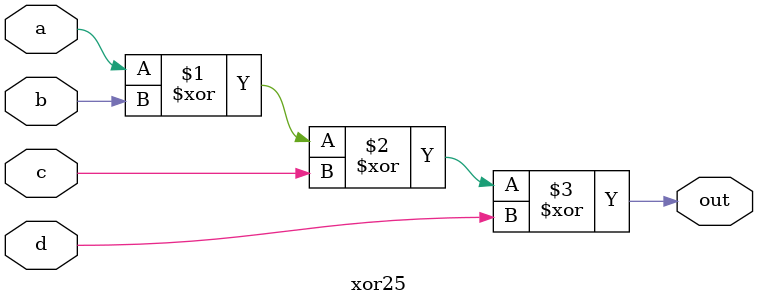
<source format=v>
module xor25 (
    input wire a,
    input wire b,
    input wire c,
    input wire d,
    output wire out
);

assign out = (a ^ b ^ c ^ d);

endmodule

</source>
